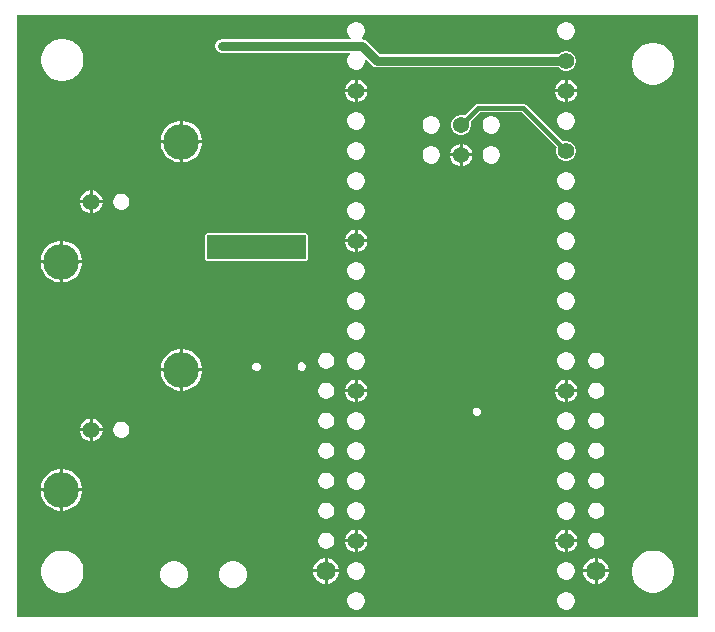
<source format=gbr>
%TF.GenerationSoftware,Altium Limited,Altium Designer,23.5.1 (21)*%
G04 Layer_Physical_Order=3*
G04 Layer_Color=16440176*
%FSLAX45Y45*%
%MOMM*%
%TF.SameCoordinates,251D8D79-0CC1-4DB5-8A6B-B6CDDAA58204*%
%TF.FilePolarity,Positive*%
%TF.FileFunction,Copper,L3,Inr,Signal*%
%TF.Part,Single*%
G01*
G75*
%TA.AperFunction,Conductor*%
%ADD21C,0.40000*%
%TA.AperFunction,ComponentPad*%
%ADD24C,0.47400*%
%ADD26C,1.65100*%
%ADD29C,1.39000*%
%ADD30C,3.01500*%
%ADD31C,1.40800*%
%ADD32C,1.37000*%
%TA.AperFunction,ViaPad*%
%ADD35C,0.55000*%
%TA.AperFunction,Conductor*%
%ADD36C,0.80000*%
G36*
X5783766Y16235D02*
X16235D01*
Y5116265D01*
X5783765D01*
X5783766Y16235D01*
D02*
G37*
%LPC*%
G36*
X2897361Y5053400D02*
X2877639D01*
X2858590Y5048296D01*
X2841510Y5038435D01*
X2827565Y5024490D01*
X2817704Y5007410D01*
X2812600Y4988361D01*
Y4968639D01*
X2817704Y4949590D01*
X2827565Y4932511D01*
X2841510Y4918565D01*
X2842174Y4918182D01*
X2838771Y4905482D01*
X2254020D01*
X2250000Y4906282D01*
X1750000D01*
X1728462Y4901997D01*
X1710203Y4889797D01*
X1698003Y4871538D01*
X1693718Y4850000D01*
X1698003Y4828462D01*
X1710203Y4810203D01*
X1728462Y4798003D01*
X1750000Y4793718D01*
X2246780D01*
X2250800Y4792919D01*
X2832034D01*
X2837294Y4780219D01*
X2827565Y4770490D01*
X2817704Y4753410D01*
X2812600Y4734361D01*
Y4714639D01*
X2817704Y4695590D01*
X2827565Y4678511D01*
X2841510Y4664565D01*
X2858590Y4654704D01*
X2877639Y4649600D01*
X2897361D01*
X2916410Y4654704D01*
X2933489Y4664565D01*
X2947435Y4678511D01*
X2957296Y4695590D01*
X2962400Y4714639D01*
Y4728398D01*
X2975100Y4733659D01*
X3024055Y4684703D01*
X3042315Y4672503D01*
X3063853Y4668219D01*
X4601996D01*
X4613491Y4656723D01*
X4632805Y4645572D01*
X4654348Y4639800D01*
X4676649D01*
X4698192Y4645572D01*
X4717505Y4656723D01*
X4733275Y4672493D01*
X4744426Y4691807D01*
X4750199Y4713349D01*
Y4735651D01*
X4744426Y4757193D01*
X4733275Y4776507D01*
X4717505Y4792277D01*
X4698192Y4803428D01*
X4676649Y4809200D01*
X4654348D01*
X4632805Y4803428D01*
X4613491Y4792277D01*
X4601996Y4780782D01*
X3087165D01*
X2978949Y4888997D01*
X2960691Y4901198D01*
X2939152Y4905482D01*
X2936229D01*
X2932826Y4918182D01*
X2933489Y4918565D01*
X2947435Y4932511D01*
X2957296Y4949590D01*
X2962400Y4968639D01*
Y4988361D01*
X2957296Y5007410D01*
X2947435Y5024490D01*
X2933489Y5038435D01*
X2916410Y5048296D01*
X2897361Y5053400D01*
D02*
G37*
G36*
X4675359D02*
X4655638D01*
X4636588Y5048296D01*
X4619509Y5038435D01*
X4605564Y5024490D01*
X4595703Y5007410D01*
X4590599Y4988361D01*
Y4968639D01*
X4595703Y4949590D01*
X4605564Y4932511D01*
X4619509Y4918565D01*
X4636588Y4908704D01*
X4655638Y4903600D01*
X4675359D01*
X4694409Y4908704D01*
X4711488Y4918565D01*
X4725433Y4932511D01*
X4735294Y4949590D01*
X4740398Y4968639D01*
Y4988361D01*
X4735294Y5007410D01*
X4725433Y5024490D01*
X4711488Y5038435D01*
X4694409Y5048296D01*
X4675359Y5053400D01*
D02*
G37*
G36*
X417522Y4910400D02*
X382478D01*
X348109Y4903563D01*
X315733Y4890153D01*
X286595Y4870684D01*
X261816Y4845905D01*
X242347Y4816767D01*
X228937Y4784391D01*
X222100Y4750022D01*
Y4714978D01*
X228937Y4680609D01*
X242347Y4648233D01*
X261816Y4619095D01*
X286595Y4594316D01*
X315733Y4574847D01*
X348109Y4561437D01*
X382478Y4554600D01*
X417522D01*
X451891Y4561437D01*
X484267Y4574847D01*
X513405Y4594316D01*
X538184Y4619095D01*
X557653Y4648233D01*
X571063Y4680609D01*
X577900Y4714978D01*
Y4750022D01*
X571063Y4784391D01*
X557653Y4816767D01*
X538184Y4845905D01*
X513405Y4870684D01*
X484267Y4890153D01*
X451891Y4903563D01*
X417522Y4910400D01*
D02*
G37*
G36*
X5417522Y4877900D02*
X5382478D01*
X5348109Y4871063D01*
X5315733Y4857653D01*
X5286595Y4838184D01*
X5261816Y4813405D01*
X5242347Y4784267D01*
X5228937Y4751891D01*
X5222100Y4717522D01*
Y4682478D01*
X5228937Y4648109D01*
X5242347Y4615733D01*
X5261816Y4586595D01*
X5286595Y4561816D01*
X5315733Y4542347D01*
X5348109Y4528937D01*
X5382478Y4522100D01*
X5417522D01*
X5451892Y4528937D01*
X5484267Y4542347D01*
X5513405Y4561816D01*
X5538184Y4586595D01*
X5557653Y4615733D01*
X5571063Y4648109D01*
X5577900Y4682478D01*
Y4717522D01*
X5571063Y4751891D01*
X5557653Y4784267D01*
X5538184Y4813405D01*
X5513405Y4838184D01*
X5484267Y4857653D01*
X5451892Y4871063D01*
X5417522Y4877900D01*
D02*
G37*
G36*
X4678198Y4565345D02*
Y4483201D01*
X4760343D01*
X4753931Y4507130D01*
X4741437Y4528770D01*
X4723768Y4546439D01*
X4702129Y4558933D01*
X4678198Y4565345D01*
D02*
G37*
G36*
X4652798Y4565345D02*
X4628868Y4558933D01*
X4607229Y4546439D01*
X4589560Y4528770D01*
X4577066Y4507130D01*
X4570654Y4483201D01*
X4652798D01*
Y4565345D01*
D02*
G37*
G36*
X2900200D02*
Y4483200D01*
X2982345D01*
X2975933Y4507130D01*
X2963439Y4528770D01*
X2945770Y4546439D01*
X2924130Y4558933D01*
X2900200Y4565345D01*
D02*
G37*
G36*
X2874800D02*
X2850870Y4558933D01*
X2829230Y4546439D01*
X2811561Y4528770D01*
X2799067Y4507130D01*
X2792655Y4483200D01*
X2874800D01*
Y4565345D01*
D02*
G37*
G36*
X4652798Y4457801D02*
X4570654D01*
X4577066Y4433870D01*
X4589560Y4412230D01*
X4607229Y4394561D01*
X4628868Y4382067D01*
X4652798Y4375655D01*
Y4457801D01*
D02*
G37*
G36*
X2982345Y4457800D02*
X2900200D01*
Y4375655D01*
X2924130Y4382067D01*
X2945770Y4394561D01*
X2963439Y4412230D01*
X2975933Y4433870D01*
X2982345Y4457800D01*
D02*
G37*
G36*
X2874800D02*
X2792655D01*
X2799067Y4433870D01*
X2811561Y4412230D01*
X2829230Y4394561D01*
X2850870Y4382067D01*
X2874800Y4375655D01*
Y4457800D01*
D02*
G37*
G36*
X4760343Y4457801D02*
X4678198D01*
Y4375655D01*
X4702129Y4382067D01*
X4723768Y4394561D01*
X4741437Y4412230D01*
X4753931Y4433870D01*
X4760343Y4457801D01*
D02*
G37*
G36*
X4675359Y4291400D02*
X4655638D01*
X4636588Y4286296D01*
X4619509Y4276435D01*
X4605564Y4262490D01*
X4595703Y4245410D01*
X4590599Y4226361D01*
Y4206639D01*
X4595703Y4187590D01*
X4605564Y4170511D01*
X4619509Y4156565D01*
X4636588Y4146704D01*
X4655638Y4141600D01*
X4675359D01*
X4694409Y4146704D01*
X4711488Y4156565D01*
X4725433Y4170511D01*
X4735294Y4187590D01*
X4740398Y4206639D01*
Y4226361D01*
X4735294Y4245410D01*
X4725433Y4262490D01*
X4711488Y4276435D01*
X4694409Y4286296D01*
X4675359Y4291400D01*
D02*
G37*
G36*
X2897361D02*
X2877639D01*
X2858590Y4286296D01*
X2841510Y4276435D01*
X2827565Y4262490D01*
X2817704Y4245410D01*
X2812600Y4226361D01*
Y4206639D01*
X2817704Y4187590D01*
X2827565Y4170511D01*
X2841510Y4156565D01*
X2858590Y4146704D01*
X2877639Y4141600D01*
X2897361D01*
X2916410Y4146704D01*
X2933489Y4156565D01*
X2947435Y4170511D01*
X2957296Y4187590D01*
X2962400Y4206639D01*
Y4226361D01*
X2957296Y4245410D01*
X2947435Y4262490D01*
X2933489Y4276435D01*
X2916410Y4286296D01*
X2897361Y4291400D01*
D02*
G37*
G36*
X4041229Y4256400D02*
X4021771D01*
X4002976Y4251364D01*
X3986124Y4241635D01*
X3972365Y4227875D01*
X3962636Y4211024D01*
X3957600Y4192229D01*
Y4172771D01*
X3962636Y4153976D01*
X3972365Y4137124D01*
X3986124Y4123365D01*
X4002976Y4113636D01*
X4021771Y4108600D01*
X4041229D01*
X4060024Y4113636D01*
X4076876Y4123365D01*
X4090635Y4137124D01*
X4100364Y4153976D01*
X4105400Y4172771D01*
Y4192229D01*
X4100364Y4211024D01*
X4090635Y4227875D01*
X4076876Y4241635D01*
X4060024Y4251364D01*
X4041229Y4256400D01*
D02*
G37*
G36*
X3533229D02*
X3513771D01*
X3494976Y4251364D01*
X3478124Y4241635D01*
X3464365Y4227875D01*
X3454636Y4211024D01*
X3449600Y4192229D01*
Y4172771D01*
X3454636Y4153976D01*
X3464365Y4137124D01*
X3478124Y4123365D01*
X3494976Y4113636D01*
X3513771Y4108600D01*
X3533229D01*
X3552024Y4113636D01*
X3568876Y4123365D01*
X3582635Y4137124D01*
X3592364Y4153976D01*
X3597400Y4172771D01*
Y4192229D01*
X3592364Y4211024D01*
X3582635Y4227875D01*
X3568876Y4241635D01*
X3552024Y4251364D01*
X3533229Y4256400D01*
D02*
G37*
G36*
X1425349Y4216650D02*
X1420700D01*
Y4053200D01*
X1584150D01*
Y4057849D01*
X1577381Y4091881D01*
X1564102Y4123938D01*
X1544825Y4152789D01*
X1520289Y4177325D01*
X1491438Y4196602D01*
X1459381Y4209881D01*
X1425349Y4216650D01*
D02*
G37*
G36*
X1395300D02*
X1390651D01*
X1356619Y4209881D01*
X1324561Y4196602D01*
X1295711Y4177325D01*
X1271175Y4152789D01*
X1251898Y4123938D01*
X1238619Y4091881D01*
X1231850Y4057849D01*
Y4053200D01*
X1395300D01*
Y4216650D01*
D02*
G37*
G36*
X3790200Y4022309D02*
Y3941200D01*
X3871310D01*
X3865001Y3964744D01*
X3852639Y3986156D01*
X3835156Y4003639D01*
X3813744Y4016001D01*
X3790200Y4022309D01*
D02*
G37*
G36*
X3764800D02*
X3741256Y4016001D01*
X3719844Y4003639D01*
X3702361Y3986156D01*
X3689999Y3964744D01*
X3683690Y3941200D01*
X3764800D01*
Y4022309D01*
D02*
G37*
G36*
X2897361Y4037400D02*
X2877639D01*
X2858590Y4032296D01*
X2841510Y4022435D01*
X2827565Y4008490D01*
X2817704Y3991410D01*
X2812600Y3972361D01*
Y3952639D01*
X2817704Y3933590D01*
X2827565Y3916511D01*
X2841510Y3902565D01*
X2858590Y3892704D01*
X2877639Y3887600D01*
X2897361D01*
X2916410Y3892704D01*
X2933489Y3902565D01*
X2947435Y3916511D01*
X2957296Y3933590D01*
X2962400Y3952639D01*
Y3972361D01*
X2957296Y3991410D01*
X2947435Y4008490D01*
X2933489Y4022435D01*
X2916410Y4032296D01*
X2897361Y4037400D01*
D02*
G37*
G36*
X4302999Y4360890D02*
X3920000D01*
X3906266Y4358158D01*
X3894622Y4350378D01*
X3805811Y4261567D01*
X3788519Y4266200D01*
X3766481D01*
X3745193Y4260496D01*
X3726107Y4249477D01*
X3710523Y4233893D01*
X3699504Y4214807D01*
X3693800Y4193519D01*
Y4171481D01*
X3699504Y4150193D01*
X3710523Y4131107D01*
X3726107Y4115523D01*
X3745193Y4104504D01*
X3766481Y4098800D01*
X3788519D01*
X3809807Y4104504D01*
X3828893Y4115523D01*
X3844477Y4131107D01*
X3855496Y4150193D01*
X3861200Y4171481D01*
Y4193519D01*
X3856567Y4210811D01*
X3934866Y4289110D01*
X4288132D01*
X4585615Y3991628D01*
X4580798Y3973651D01*
Y3951349D01*
X4586571Y3929807D01*
X4597722Y3910493D01*
X4613491Y3894723D01*
X4632805Y3883572D01*
X4654348Y3877800D01*
X4676649D01*
X4698192Y3883572D01*
X4717505Y3894723D01*
X4733275Y3910493D01*
X4744426Y3929807D01*
X4750199Y3951349D01*
Y3973651D01*
X4744426Y3995193D01*
X4733275Y4014507D01*
X4717505Y4030277D01*
X4698192Y4041428D01*
X4676649Y4047200D01*
X4654348D01*
X4636371Y4042383D01*
X4328376Y4350378D01*
X4316733Y4358158D01*
X4302999Y4360890D01*
D02*
G37*
G36*
X1584150Y4027800D02*
X1420700D01*
Y3864350D01*
X1425349D01*
X1459381Y3871119D01*
X1491438Y3884398D01*
X1520289Y3903675D01*
X1544825Y3928211D01*
X1564102Y3957061D01*
X1577381Y3989119D01*
X1584150Y4023151D01*
Y4027800D01*
D02*
G37*
G36*
X1395300D02*
X1231850D01*
Y4023151D01*
X1238619Y3989119D01*
X1251898Y3957061D01*
X1271175Y3928211D01*
X1295711Y3903675D01*
X1324561Y3884398D01*
X1356619Y3871119D01*
X1390651Y3864350D01*
X1395300D01*
Y4027800D01*
D02*
G37*
G36*
X4041229Y4002400D02*
X4021771D01*
X4002976Y3997364D01*
X3986124Y3987635D01*
X3972365Y3973875D01*
X3962636Y3957024D01*
X3957600Y3938229D01*
Y3918771D01*
X3962636Y3899976D01*
X3972365Y3883124D01*
X3986124Y3869365D01*
X4002976Y3859636D01*
X4021771Y3854600D01*
X4041229D01*
X4060024Y3859636D01*
X4076876Y3869365D01*
X4090635Y3883124D01*
X4100364Y3899976D01*
X4105400Y3918771D01*
Y3938229D01*
X4100364Y3957024D01*
X4090635Y3973875D01*
X4076876Y3987635D01*
X4060024Y3997364D01*
X4041229Y4002400D01*
D02*
G37*
G36*
X3533229D02*
X3513771D01*
X3494976Y3997364D01*
X3478124Y3987635D01*
X3464365Y3973875D01*
X3454636Y3957024D01*
X3449600Y3938229D01*
Y3918771D01*
X3454636Y3899976D01*
X3464365Y3883124D01*
X3478124Y3869365D01*
X3494976Y3859636D01*
X3513771Y3854600D01*
X3533229D01*
X3552024Y3859636D01*
X3568876Y3869365D01*
X3582635Y3883124D01*
X3592364Y3899976D01*
X3597400Y3918771D01*
Y3938229D01*
X3592364Y3957024D01*
X3582635Y3973875D01*
X3568876Y3987635D01*
X3552024Y3997364D01*
X3533229Y4002400D01*
D02*
G37*
G36*
X3871310Y3915800D02*
X3790200D01*
Y3834690D01*
X3813744Y3840999D01*
X3835156Y3853361D01*
X3852639Y3870844D01*
X3865001Y3892256D01*
X3871310Y3915800D01*
D02*
G37*
G36*
X3764800D02*
X3683690D01*
X3689999Y3892256D01*
X3702361Y3870844D01*
X3719844Y3853361D01*
X3741256Y3840999D01*
X3764800Y3834690D01*
Y3915800D01*
D02*
G37*
G36*
X4675359Y3783400D02*
X4655638D01*
X4636588Y3778296D01*
X4619509Y3768435D01*
X4605564Y3754490D01*
X4595703Y3737410D01*
X4590599Y3718361D01*
Y3698639D01*
X4595703Y3679590D01*
X4605564Y3662511D01*
X4619509Y3648565D01*
X4636588Y3638704D01*
X4655638Y3633600D01*
X4675359D01*
X4694409Y3638704D01*
X4711488Y3648565D01*
X4725433Y3662511D01*
X4735294Y3679590D01*
X4740398Y3698639D01*
Y3718361D01*
X4735294Y3737410D01*
X4725433Y3754490D01*
X4711488Y3768435D01*
X4694409Y3778296D01*
X4675359Y3783400D01*
D02*
G37*
G36*
X2897361D02*
X2877639D01*
X2858590Y3778296D01*
X2841510Y3768435D01*
X2827565Y3754490D01*
X2817704Y3737410D01*
X2812600Y3718361D01*
Y3698639D01*
X2817704Y3679590D01*
X2827565Y3662511D01*
X2841510Y3648565D01*
X2858590Y3638704D01*
X2877639Y3633600D01*
X2897361D01*
X2916410Y3638704D01*
X2933489Y3648565D01*
X2947435Y3662511D01*
X2957296Y3679590D01*
X2962400Y3698639D01*
Y3718361D01*
X2957296Y3737410D01*
X2947435Y3754490D01*
X2933489Y3768435D01*
X2916410Y3778296D01*
X2897361Y3783400D01*
D02*
G37*
G36*
X658700Y3628276D02*
Y3545200D01*
X741777D01*
X735271Y3569477D01*
X722659Y3591323D01*
X704823Y3609159D01*
X682977Y3621771D01*
X658700Y3628276D01*
D02*
G37*
G36*
X633300D02*
X609023Y3621771D01*
X587177Y3609159D01*
X569341Y3591323D01*
X556729Y3569477D01*
X550223Y3545200D01*
X633300D01*
Y3628276D01*
D02*
G37*
G36*
X908939Y3600400D02*
X891061D01*
X873791Y3595773D01*
X858308Y3586833D01*
X845667Y3574191D01*
X836727Y3558708D01*
X832100Y3541439D01*
Y3523561D01*
X836727Y3506291D01*
X845667Y3490808D01*
X858308Y3478167D01*
X873791Y3469227D01*
X891061Y3464600D01*
X908939D01*
X926208Y3469227D01*
X941692Y3478167D01*
X954333Y3490808D01*
X963273Y3506291D01*
X967900Y3523561D01*
Y3541439D01*
X963273Y3558708D01*
X954333Y3574191D01*
X941692Y3586833D01*
X926208Y3595773D01*
X908939Y3600400D01*
D02*
G37*
G36*
X741777Y3519800D02*
X658700D01*
Y3436723D01*
X682977Y3443229D01*
X704823Y3455841D01*
X722659Y3473677D01*
X735271Y3495523D01*
X741777Y3519800D01*
D02*
G37*
G36*
X633300D02*
X550223D01*
X556729Y3495523D01*
X569341Y3473677D01*
X587177Y3455841D01*
X609023Y3443229D01*
X633300Y3436723D01*
Y3519800D01*
D02*
G37*
G36*
X4675359Y3529400D02*
X4655638D01*
X4636588Y3524296D01*
X4619509Y3514435D01*
X4605564Y3500490D01*
X4595703Y3483410D01*
X4590599Y3464361D01*
Y3444639D01*
X4595703Y3425590D01*
X4605564Y3408511D01*
X4619509Y3394565D01*
X4636588Y3384704D01*
X4655638Y3379600D01*
X4675359D01*
X4694409Y3384704D01*
X4711488Y3394565D01*
X4725433Y3408511D01*
X4735294Y3425590D01*
X4740398Y3444639D01*
Y3464361D01*
X4735294Y3483410D01*
X4725433Y3500490D01*
X4711488Y3514435D01*
X4694409Y3524296D01*
X4675359Y3529400D01*
D02*
G37*
G36*
X2897361D02*
X2877639D01*
X2858590Y3524296D01*
X2841510Y3514435D01*
X2827565Y3500490D01*
X2817704Y3483410D01*
X2812600Y3464361D01*
Y3444639D01*
X2817704Y3425590D01*
X2827565Y3408511D01*
X2841510Y3394565D01*
X2858590Y3384704D01*
X2877639Y3379600D01*
X2897361D01*
X2916410Y3384704D01*
X2933489Y3394565D01*
X2947435Y3408511D01*
X2957296Y3425590D01*
X2962400Y3444639D01*
Y3464361D01*
X2957296Y3483410D01*
X2947435Y3500490D01*
X2933489Y3514435D01*
X2916410Y3524296D01*
X2897361Y3529400D01*
D02*
G37*
G36*
X2900200Y3295345D02*
Y3213200D01*
X2982345D01*
X2975933Y3237130D01*
X2963439Y3258770D01*
X2945770Y3276439D01*
X2924130Y3288933D01*
X2900200Y3295345D01*
D02*
G37*
G36*
X2874800D02*
X2850870Y3288933D01*
X2829230Y3276439D01*
X2811561Y3258770D01*
X2799067Y3237130D01*
X2792655Y3213200D01*
X2874800D01*
Y3295345D01*
D02*
G37*
G36*
X4675359Y3275400D02*
X4655638D01*
X4636588Y3270296D01*
X4619509Y3260435D01*
X4605564Y3246490D01*
X4595703Y3229410D01*
X4590599Y3210361D01*
Y3190639D01*
X4595703Y3171590D01*
X4605564Y3154511D01*
X4619509Y3140565D01*
X4636588Y3130704D01*
X4655638Y3125600D01*
X4675359D01*
X4694409Y3130704D01*
X4711488Y3140565D01*
X4725433Y3154511D01*
X4735294Y3171590D01*
X4740398Y3190639D01*
Y3210361D01*
X4735294Y3229410D01*
X4725433Y3246490D01*
X4711488Y3260435D01*
X4694409Y3270296D01*
X4675359Y3275400D01*
D02*
G37*
G36*
X2982345Y3187800D02*
X2900200D01*
Y3105655D01*
X2924130Y3112067D01*
X2945770Y3124561D01*
X2963439Y3142230D01*
X2975933Y3163870D01*
X2982345Y3187800D01*
D02*
G37*
G36*
X2874800D02*
X2792655D01*
X2799067Y3163870D01*
X2811561Y3142230D01*
X2829230Y3124561D01*
X2850870Y3112067D01*
X2874800Y3105655D01*
Y3187800D01*
D02*
G37*
G36*
X409349Y3200650D02*
X404700D01*
Y3037200D01*
X568150D01*
Y3041849D01*
X561381Y3075881D01*
X548102Y3107938D01*
X528825Y3136789D01*
X504289Y3161325D01*
X475438Y3180602D01*
X443381Y3193881D01*
X409349Y3200650D01*
D02*
G37*
G36*
X379300D02*
X374651D01*
X340619Y3193881D01*
X308561Y3180602D01*
X279711Y3161325D01*
X255175Y3136789D01*
X235898Y3107938D01*
X222619Y3075881D01*
X215850Y3041849D01*
Y3037200D01*
X379300D01*
Y3200650D01*
D02*
G37*
G36*
X2462500Y3266453D02*
X1625000D01*
X1613366Y3261634D01*
X1608547Y3250000D01*
Y3050000D01*
X1613366Y3038366D01*
X1625000Y3033547D01*
X2462500D01*
X2474134Y3038366D01*
X2478953Y3050000D01*
Y3250000D01*
X2474134Y3261634D01*
X2462500Y3266453D01*
D02*
G37*
G36*
X4675359Y3021400D02*
X4655638D01*
X4636588Y3016296D01*
X4619509Y3006435D01*
X4605564Y2992490D01*
X4595703Y2975410D01*
X4590599Y2956361D01*
Y2936639D01*
X4595703Y2917590D01*
X4605564Y2900511D01*
X4619509Y2886565D01*
X4636588Y2876704D01*
X4655638Y2871600D01*
X4675359D01*
X4694409Y2876704D01*
X4711488Y2886565D01*
X4725433Y2900511D01*
X4735294Y2917590D01*
X4740398Y2936639D01*
Y2956361D01*
X4735294Y2975410D01*
X4725433Y2992490D01*
X4711488Y3006435D01*
X4694409Y3016296D01*
X4675359Y3021400D01*
D02*
G37*
G36*
X2897361D02*
X2877639D01*
X2858590Y3016296D01*
X2841510Y3006435D01*
X2827565Y2992490D01*
X2817704Y2975410D01*
X2812600Y2956361D01*
Y2936639D01*
X2817704Y2917590D01*
X2827565Y2900511D01*
X2841510Y2886565D01*
X2858590Y2876704D01*
X2877639Y2871600D01*
X2897361D01*
X2916410Y2876704D01*
X2933489Y2886565D01*
X2947435Y2900511D01*
X2957296Y2917590D01*
X2962400Y2936639D01*
Y2956361D01*
X2957296Y2975410D01*
X2947435Y2992490D01*
X2933489Y3006435D01*
X2916410Y3016296D01*
X2897361Y3021400D01*
D02*
G37*
G36*
X568150Y3011800D02*
X404700D01*
Y2848350D01*
X409349D01*
X443381Y2855119D01*
X475438Y2868398D01*
X504289Y2887675D01*
X528825Y2912211D01*
X548102Y2941061D01*
X561381Y2973119D01*
X568150Y3007151D01*
Y3011800D01*
D02*
G37*
G36*
X379300D02*
X215850D01*
Y3007151D01*
X222619Y2973119D01*
X235898Y2941061D01*
X255175Y2912211D01*
X279711Y2887675D01*
X308561Y2868398D01*
X340619Y2855119D01*
X374651Y2848350D01*
X379300D01*
Y3011800D01*
D02*
G37*
G36*
X4675359Y2767400D02*
X4655638D01*
X4636588Y2762296D01*
X4619509Y2752435D01*
X4605564Y2738490D01*
X4595703Y2721410D01*
X4590599Y2702361D01*
Y2682639D01*
X4595703Y2663590D01*
X4605564Y2646511D01*
X4619509Y2632565D01*
X4636588Y2622704D01*
X4655638Y2617600D01*
X4675359D01*
X4694409Y2622704D01*
X4711488Y2632565D01*
X4725433Y2646511D01*
X4735294Y2663590D01*
X4740398Y2682639D01*
Y2702361D01*
X4735294Y2721410D01*
X4725433Y2738490D01*
X4711488Y2752435D01*
X4694409Y2762296D01*
X4675359Y2767400D01*
D02*
G37*
G36*
X2897361D02*
X2877639D01*
X2858590Y2762296D01*
X2841510Y2752435D01*
X2827565Y2738490D01*
X2817704Y2721410D01*
X2812600Y2702361D01*
Y2682639D01*
X2817704Y2663590D01*
X2827565Y2646511D01*
X2841510Y2632565D01*
X2858590Y2622704D01*
X2877639Y2617600D01*
X2897361D01*
X2916410Y2622704D01*
X2933489Y2632565D01*
X2947435Y2646511D01*
X2957296Y2663590D01*
X2962400Y2682639D01*
Y2702361D01*
X2957296Y2721410D01*
X2947435Y2738490D01*
X2933489Y2752435D01*
X2916410Y2762296D01*
X2897361Y2767400D01*
D02*
G37*
G36*
X4675359Y2513400D02*
X4655638D01*
X4636588Y2508296D01*
X4619509Y2498435D01*
X4605564Y2484490D01*
X4595703Y2467410D01*
X4590599Y2448361D01*
Y2428639D01*
X4595703Y2409590D01*
X4605564Y2392511D01*
X4619509Y2378565D01*
X4636588Y2368704D01*
X4655638Y2363600D01*
X4675359D01*
X4694409Y2368704D01*
X4711488Y2378565D01*
X4725433Y2392511D01*
X4735294Y2409590D01*
X4740398Y2428639D01*
Y2448361D01*
X4735294Y2467410D01*
X4725433Y2484490D01*
X4711488Y2498435D01*
X4694409Y2508296D01*
X4675359Y2513400D01*
D02*
G37*
G36*
X2897361D02*
X2877639D01*
X2858590Y2508296D01*
X2841510Y2498435D01*
X2827565Y2484490D01*
X2817704Y2467410D01*
X2812600Y2448361D01*
Y2428639D01*
X2817704Y2409590D01*
X2827565Y2392511D01*
X2841510Y2378565D01*
X2858590Y2368704D01*
X2877639Y2363600D01*
X2897361D01*
X2916410Y2368704D01*
X2933489Y2378565D01*
X2947435Y2392511D01*
X2957296Y2409590D01*
X2962400Y2428639D01*
Y2448361D01*
X2957296Y2467410D01*
X2947435Y2484490D01*
X2933489Y2498435D01*
X2916410Y2508296D01*
X2897361Y2513400D01*
D02*
G37*
G36*
X1425349Y2284150D02*
X1420700D01*
Y2120700D01*
X1584150D01*
Y2125349D01*
X1577381Y2159381D01*
X1564102Y2191439D01*
X1544825Y2220289D01*
X1520289Y2244825D01*
X1491438Y2264102D01*
X1459381Y2277381D01*
X1425349Y2284150D01*
D02*
G37*
G36*
X1395300D02*
X1390651D01*
X1356619Y2277381D01*
X1324561Y2264102D01*
X1295711Y2244825D01*
X1271175Y2220289D01*
X1251898Y2191439D01*
X1238619Y2159381D01*
X1231850Y2125349D01*
Y2120700D01*
X1395300D01*
Y2284150D01*
D02*
G37*
G36*
X4928367Y2251850D02*
X4910633D01*
X4893504Y2247260D01*
X4878146Y2238393D01*
X4865607Y2225854D01*
X4856740Y2210496D01*
X4852150Y2193367D01*
Y2175633D01*
X4856740Y2158504D01*
X4865607Y2143146D01*
X4878146Y2130607D01*
X4893504Y2121740D01*
X4910633Y2117150D01*
X4928367D01*
X4945496Y2121740D01*
X4960854Y2130607D01*
X4973393Y2143146D01*
X4982260Y2158504D01*
X4986850Y2175633D01*
Y2193367D01*
X4982260Y2210496D01*
X4973393Y2225854D01*
X4960854Y2238393D01*
X4945496Y2247260D01*
X4928367Y2251850D01*
D02*
G37*
G36*
X2642367D02*
X2624633D01*
X2607504Y2247260D01*
X2592146Y2238393D01*
X2579607Y2225854D01*
X2570740Y2210496D01*
X2566150Y2193367D01*
Y2175633D01*
X2570740Y2158504D01*
X2579607Y2143146D01*
X2592146Y2130607D01*
X2607504Y2121740D01*
X2624633Y2117150D01*
X2642367D01*
X2659496Y2121740D01*
X2674854Y2130607D01*
X2687393Y2143146D01*
X2696260Y2158504D01*
X2700850Y2175633D01*
Y2193367D01*
X2696260Y2210496D01*
X2687393Y2225854D01*
X2674854Y2238393D01*
X2659496Y2247260D01*
X2642367Y2251850D01*
D02*
G37*
G36*
X4675359Y2259400D02*
X4655638D01*
X4636588Y2254296D01*
X4619509Y2244435D01*
X4605564Y2230490D01*
X4595703Y2213410D01*
X4590599Y2194361D01*
Y2174639D01*
X4595703Y2155590D01*
X4605564Y2138511D01*
X4619509Y2124565D01*
X4636588Y2114704D01*
X4655638Y2109600D01*
X4675359D01*
X4694409Y2114704D01*
X4711488Y2124565D01*
X4725433Y2138511D01*
X4735294Y2155590D01*
X4740398Y2174639D01*
Y2194361D01*
X4735294Y2213410D01*
X4725433Y2230490D01*
X4711488Y2244435D01*
X4694409Y2254296D01*
X4675359Y2259400D01*
D02*
G37*
G36*
X2897361D02*
X2877639D01*
X2858590Y2254296D01*
X2841510Y2244435D01*
X2827565Y2230490D01*
X2817704Y2213410D01*
X2812600Y2194361D01*
Y2174639D01*
X2817704Y2155590D01*
X2827565Y2138511D01*
X2841510Y2124565D01*
X2858590Y2114704D01*
X2877639Y2109600D01*
X2897361D01*
X2916410Y2114704D01*
X2933489Y2124565D01*
X2947435Y2138511D01*
X2957296Y2155590D01*
X2962400Y2174639D01*
Y2194361D01*
X2957296Y2213410D01*
X2947435Y2230490D01*
X2933489Y2244435D01*
X2916410Y2254296D01*
X2897361Y2259400D01*
D02*
G37*
G36*
X2434541Y2172900D02*
X2420459D01*
X2407448Y2167510D01*
X2397490Y2157552D01*
X2392100Y2144541D01*
Y2130459D01*
X2397490Y2117448D01*
X2407448Y2107490D01*
X2420459Y2102100D01*
X2434541D01*
X2447552Y2107490D01*
X2457510Y2117448D01*
X2462900Y2130459D01*
Y2144541D01*
X2457510Y2157552D01*
X2447552Y2167510D01*
X2434541Y2172900D01*
D02*
G37*
G36*
X2052241Y2169801D02*
X2038158D01*
X2025147Y2164411D01*
X2015189Y2154453D01*
X2009800Y2141443D01*
Y2127360D01*
X2015189Y2114349D01*
X2025147Y2104391D01*
X2038158Y2099001D01*
X2052241D01*
X2065252Y2104391D01*
X2075210Y2114349D01*
X2080599Y2127360D01*
Y2141443D01*
X2075210Y2154453D01*
X2065252Y2164411D01*
X2052241Y2169801D01*
D02*
G37*
G36*
X4678198Y2025345D02*
Y1943201D01*
X4760343D01*
X4753931Y1967130D01*
X4741437Y1988770D01*
X4723768Y2006439D01*
X4702129Y2018933D01*
X4678198Y2025345D01*
D02*
G37*
G36*
X4652798Y2025345D02*
X4628868Y2018933D01*
X4607229Y2006439D01*
X4589560Y1988770D01*
X4577066Y1967130D01*
X4570654Y1943201D01*
X4652798D01*
Y2025345D01*
D02*
G37*
G36*
X2900200D02*
Y1943200D01*
X2982345D01*
X2975933Y1967130D01*
X2963439Y1988770D01*
X2945770Y2006439D01*
X2924130Y2018933D01*
X2900200Y2025345D01*
D02*
G37*
G36*
X2874800D02*
X2850870Y2018933D01*
X2829230Y2006439D01*
X2811561Y1988770D01*
X2799067Y1967130D01*
X2792655Y1943200D01*
X2874800D01*
Y2025345D01*
D02*
G37*
G36*
X1584150Y2095300D02*
X1420700D01*
Y1931850D01*
X1425349D01*
X1459381Y1938619D01*
X1491438Y1951898D01*
X1520289Y1971175D01*
X1544825Y1995711D01*
X1564102Y2024562D01*
X1577381Y2056619D01*
X1584150Y2090651D01*
Y2095300D01*
D02*
G37*
G36*
X1395300D02*
X1231850D01*
Y2090651D01*
X1238619Y2056619D01*
X1251898Y2024562D01*
X1271175Y1995711D01*
X1295711Y1971175D01*
X1324561Y1951898D01*
X1356619Y1938619D01*
X1390651Y1931850D01*
X1395300D01*
Y2095300D01*
D02*
G37*
G36*
X4928367Y1997850D02*
X4910633D01*
X4893504Y1993260D01*
X4878146Y1984393D01*
X4865607Y1971854D01*
X4856740Y1956496D01*
X4852150Y1939367D01*
Y1921633D01*
X4856740Y1904504D01*
X4865607Y1889146D01*
X4878146Y1876607D01*
X4893504Y1867740D01*
X4910633Y1863150D01*
X4928367D01*
X4945496Y1867740D01*
X4960854Y1876607D01*
X4973393Y1889146D01*
X4982260Y1904504D01*
X4986850Y1921633D01*
Y1939367D01*
X4982260Y1956496D01*
X4973393Y1971854D01*
X4960854Y1984393D01*
X4945496Y1993260D01*
X4928367Y1997850D01*
D02*
G37*
G36*
X2642367D02*
X2624633D01*
X2607504Y1993260D01*
X2592146Y1984393D01*
X2579607Y1971854D01*
X2570740Y1956496D01*
X2566150Y1939367D01*
Y1921633D01*
X2570740Y1904504D01*
X2579607Y1889146D01*
X2592146Y1876607D01*
X2607504Y1867740D01*
X2624633Y1863150D01*
X2642367D01*
X2659496Y1867740D01*
X2674854Y1876607D01*
X2687393Y1889146D01*
X2696260Y1904504D01*
X2700850Y1921633D01*
Y1939367D01*
X2696260Y1956496D01*
X2687393Y1971854D01*
X2674854Y1984393D01*
X2659496Y1993260D01*
X2642367Y1997850D01*
D02*
G37*
G36*
X4652798Y1917801D02*
X4570654D01*
X4577066Y1893870D01*
X4589560Y1872230D01*
X4607229Y1854561D01*
X4628868Y1842067D01*
X4652798Y1835655D01*
Y1917801D01*
D02*
G37*
G36*
X2982345Y1917800D02*
X2900200D01*
Y1835655D01*
X2924130Y1842067D01*
X2945770Y1854561D01*
X2963439Y1872230D01*
X2975933Y1893870D01*
X2982345Y1917800D01*
D02*
G37*
G36*
X2874800D02*
X2792655D01*
X2799067Y1893870D01*
X2811561Y1872230D01*
X2829230Y1854561D01*
X2850870Y1842067D01*
X2874800Y1835655D01*
Y1917800D01*
D02*
G37*
G36*
X4760343Y1917801D02*
X4678198D01*
Y1835655D01*
X4702129Y1842067D01*
X4723768Y1854561D01*
X4741437Y1872230D01*
X4753931Y1893870D01*
X4760343Y1917801D01*
D02*
G37*
G36*
X3917041Y1787900D02*
X3902959D01*
X3889948Y1782510D01*
X3879990Y1772552D01*
X3874600Y1759541D01*
Y1745459D01*
X3879990Y1732448D01*
X3889948Y1722490D01*
X3902959Y1717100D01*
X3917041D01*
X3930052Y1722490D01*
X3940010Y1732448D01*
X3945400Y1745459D01*
Y1759541D01*
X3940010Y1772552D01*
X3930052Y1782510D01*
X3917041Y1787900D01*
D02*
G37*
G36*
X658700Y1695777D02*
Y1612700D01*
X741777D01*
X735271Y1636977D01*
X722659Y1658823D01*
X704823Y1676659D01*
X682977Y1689271D01*
X658700Y1695777D01*
D02*
G37*
G36*
X633300D02*
X609023Y1689271D01*
X587177Y1676659D01*
X569341Y1658823D01*
X556729Y1636977D01*
X550223Y1612700D01*
X633300D01*
Y1695777D01*
D02*
G37*
G36*
X4928367Y1743850D02*
X4910633D01*
X4893504Y1739260D01*
X4878146Y1730393D01*
X4865607Y1717854D01*
X4856740Y1702496D01*
X4852150Y1685367D01*
Y1667633D01*
X4856740Y1650504D01*
X4865607Y1635146D01*
X4878146Y1622607D01*
X4893504Y1613740D01*
X4910633Y1609150D01*
X4928367D01*
X4945496Y1613740D01*
X4960854Y1622607D01*
X4973393Y1635146D01*
X4982260Y1650504D01*
X4986850Y1667633D01*
Y1685367D01*
X4982260Y1702496D01*
X4973393Y1717854D01*
X4960854Y1730393D01*
X4945496Y1739260D01*
X4928367Y1743850D01*
D02*
G37*
G36*
X2642367D02*
X2624633D01*
X2607504Y1739260D01*
X2592146Y1730393D01*
X2579607Y1717854D01*
X2570740Y1702496D01*
X2566150Y1685367D01*
Y1667633D01*
X2570740Y1650504D01*
X2579607Y1635146D01*
X2592146Y1622607D01*
X2607504Y1613740D01*
X2624633Y1609150D01*
X2642367D01*
X2659496Y1613740D01*
X2674854Y1622607D01*
X2687393Y1635146D01*
X2696260Y1650504D01*
X2700850Y1667633D01*
Y1685367D01*
X2696260Y1702496D01*
X2687393Y1717854D01*
X2674854Y1730393D01*
X2659496Y1739260D01*
X2642367Y1743850D01*
D02*
G37*
G36*
X4675359Y1751400D02*
X4655638D01*
X4636588Y1746296D01*
X4619509Y1736435D01*
X4605564Y1722490D01*
X4595703Y1705410D01*
X4590599Y1686361D01*
Y1666639D01*
X4595703Y1647590D01*
X4605564Y1630511D01*
X4619509Y1616565D01*
X4636588Y1606704D01*
X4655638Y1601600D01*
X4675359D01*
X4694409Y1606704D01*
X4711488Y1616565D01*
X4725433Y1630511D01*
X4735294Y1647590D01*
X4740398Y1666639D01*
Y1686361D01*
X4735294Y1705410D01*
X4725433Y1722490D01*
X4711488Y1736435D01*
X4694409Y1746296D01*
X4675359Y1751400D01*
D02*
G37*
G36*
X2897361D02*
X2877639D01*
X2858590Y1746296D01*
X2841510Y1736435D01*
X2827565Y1722490D01*
X2817704Y1705410D01*
X2812600Y1686361D01*
Y1666639D01*
X2817704Y1647590D01*
X2827565Y1630511D01*
X2841510Y1616565D01*
X2858590Y1606704D01*
X2877639Y1601600D01*
X2897361D01*
X2916410Y1606704D01*
X2933489Y1616565D01*
X2947435Y1630511D01*
X2957296Y1647590D01*
X2962400Y1666639D01*
Y1686361D01*
X2957296Y1705410D01*
X2947435Y1722490D01*
X2933489Y1736435D01*
X2916410Y1746296D01*
X2897361Y1751400D01*
D02*
G37*
G36*
X908939Y1667900D02*
X891061D01*
X873791Y1663273D01*
X858308Y1654333D01*
X845667Y1641692D01*
X836727Y1626209D01*
X832100Y1608939D01*
Y1591061D01*
X836727Y1573792D01*
X845667Y1558309D01*
X858308Y1545667D01*
X873791Y1536727D01*
X891061Y1532100D01*
X908939D01*
X926208Y1536727D01*
X941692Y1545667D01*
X954333Y1558309D01*
X963273Y1573792D01*
X967900Y1591061D01*
Y1608939D01*
X963273Y1626209D01*
X954333Y1641692D01*
X941692Y1654333D01*
X926208Y1663273D01*
X908939Y1667900D01*
D02*
G37*
G36*
X741777Y1587300D02*
X658700D01*
Y1504224D01*
X682977Y1510729D01*
X704823Y1523341D01*
X722659Y1541178D01*
X735271Y1563023D01*
X741777Y1587300D01*
D02*
G37*
G36*
X633300D02*
X550223D01*
X556729Y1563023D01*
X569341Y1541178D01*
X587177Y1523341D01*
X609023Y1510729D01*
X633300Y1504224D01*
Y1587300D01*
D02*
G37*
G36*
X4928367Y1489850D02*
X4910633D01*
X4893504Y1485260D01*
X4878146Y1476393D01*
X4865607Y1463854D01*
X4856740Y1448496D01*
X4852150Y1431367D01*
Y1413633D01*
X4856740Y1396504D01*
X4865607Y1381146D01*
X4878146Y1368607D01*
X4893504Y1359740D01*
X4910633Y1355150D01*
X4928367D01*
X4945496Y1359740D01*
X4960854Y1368607D01*
X4973393Y1381146D01*
X4982260Y1396504D01*
X4986850Y1413633D01*
Y1431367D01*
X4982260Y1448496D01*
X4973393Y1463854D01*
X4960854Y1476393D01*
X4945496Y1485260D01*
X4928367Y1489850D01*
D02*
G37*
G36*
X2642367D02*
X2624633D01*
X2607504Y1485260D01*
X2592146Y1476393D01*
X2579607Y1463854D01*
X2570740Y1448496D01*
X2566150Y1431367D01*
Y1413633D01*
X2570740Y1396504D01*
X2579607Y1381146D01*
X2592146Y1368607D01*
X2607504Y1359740D01*
X2624633Y1355150D01*
X2642367D01*
X2659496Y1359740D01*
X2674854Y1368607D01*
X2687393Y1381146D01*
X2696260Y1396504D01*
X2700850Y1413633D01*
Y1431367D01*
X2696260Y1448496D01*
X2687393Y1463854D01*
X2674854Y1476393D01*
X2659496Y1485260D01*
X2642367Y1489850D01*
D02*
G37*
G36*
X4675359Y1497400D02*
X4655638D01*
X4636588Y1492296D01*
X4619509Y1482435D01*
X4605564Y1468490D01*
X4595703Y1451410D01*
X4590599Y1432361D01*
Y1412639D01*
X4595703Y1393590D01*
X4605564Y1376511D01*
X4619509Y1362565D01*
X4636588Y1352704D01*
X4655638Y1347600D01*
X4675359D01*
X4694409Y1352704D01*
X4711488Y1362565D01*
X4725433Y1376511D01*
X4735294Y1393590D01*
X4740398Y1412639D01*
Y1432361D01*
X4735294Y1451410D01*
X4725433Y1468490D01*
X4711488Y1482435D01*
X4694409Y1492296D01*
X4675359Y1497400D01*
D02*
G37*
G36*
X2897361D02*
X2877639D01*
X2858590Y1492296D01*
X2841510Y1482435D01*
X2827565Y1468490D01*
X2817704Y1451410D01*
X2812600Y1432361D01*
Y1412639D01*
X2817704Y1393590D01*
X2827565Y1376511D01*
X2841510Y1362565D01*
X2858590Y1352704D01*
X2877639Y1347600D01*
X2897361D01*
X2916410Y1352704D01*
X2933489Y1362565D01*
X2947435Y1376511D01*
X2957296Y1393590D01*
X2962400Y1412639D01*
Y1432361D01*
X2957296Y1451410D01*
X2947435Y1468490D01*
X2933489Y1482435D01*
X2916410Y1492296D01*
X2897361Y1497400D01*
D02*
G37*
G36*
X409349Y1268150D02*
X404700D01*
Y1104700D01*
X568150D01*
Y1109349D01*
X561381Y1143381D01*
X548102Y1175439D01*
X528825Y1204289D01*
X504289Y1228825D01*
X475438Y1248102D01*
X443381Y1261381D01*
X409349Y1268150D01*
D02*
G37*
G36*
X379300D02*
X374651D01*
X340619Y1261381D01*
X308561Y1248102D01*
X279711Y1228825D01*
X255175Y1204289D01*
X235898Y1175439D01*
X222619Y1143381D01*
X215850Y1109349D01*
Y1104700D01*
X379300D01*
Y1268150D01*
D02*
G37*
G36*
X4928367Y1235850D02*
X4910633D01*
X4893504Y1231260D01*
X4878146Y1222393D01*
X4865607Y1209854D01*
X4856740Y1194496D01*
X4852150Y1177367D01*
Y1159633D01*
X4856740Y1142504D01*
X4865607Y1127146D01*
X4878146Y1114607D01*
X4893504Y1105740D01*
X4910633Y1101150D01*
X4928367D01*
X4945496Y1105740D01*
X4960854Y1114607D01*
X4973393Y1127146D01*
X4982260Y1142504D01*
X4986850Y1159633D01*
Y1177367D01*
X4982260Y1194496D01*
X4973393Y1209854D01*
X4960854Y1222393D01*
X4945496Y1231260D01*
X4928367Y1235850D01*
D02*
G37*
G36*
X2642367D02*
X2624633D01*
X2607504Y1231260D01*
X2592146Y1222393D01*
X2579607Y1209854D01*
X2570740Y1194496D01*
X2566150Y1177367D01*
Y1159633D01*
X2570740Y1142504D01*
X2579607Y1127146D01*
X2592146Y1114607D01*
X2607504Y1105740D01*
X2624633Y1101150D01*
X2642367D01*
X2659496Y1105740D01*
X2674854Y1114607D01*
X2687393Y1127146D01*
X2696260Y1142504D01*
X2700850Y1159633D01*
Y1177367D01*
X2696260Y1194496D01*
X2687393Y1209854D01*
X2674854Y1222393D01*
X2659496Y1231260D01*
X2642367Y1235850D01*
D02*
G37*
G36*
X4675359Y1243400D02*
X4655638D01*
X4636588Y1238296D01*
X4619509Y1228435D01*
X4605564Y1214490D01*
X4595703Y1197410D01*
X4590599Y1178361D01*
Y1158639D01*
X4595703Y1139590D01*
X4605564Y1122511D01*
X4619509Y1108565D01*
X4636588Y1098704D01*
X4655638Y1093600D01*
X4675359D01*
X4694409Y1098704D01*
X4711488Y1108565D01*
X4725433Y1122511D01*
X4735294Y1139590D01*
X4740398Y1158639D01*
Y1178361D01*
X4735294Y1197410D01*
X4725433Y1214490D01*
X4711488Y1228435D01*
X4694409Y1238296D01*
X4675359Y1243400D01*
D02*
G37*
G36*
X2897361D02*
X2877639D01*
X2858590Y1238296D01*
X2841510Y1228435D01*
X2827565Y1214490D01*
X2817704Y1197410D01*
X2812600Y1178361D01*
Y1158639D01*
X2817704Y1139590D01*
X2827565Y1122511D01*
X2841510Y1108565D01*
X2858590Y1098704D01*
X2877639Y1093600D01*
X2897361D01*
X2916410Y1098704D01*
X2933489Y1108565D01*
X2947435Y1122511D01*
X2957296Y1139590D01*
X2962400Y1158639D01*
Y1178361D01*
X2957296Y1197410D01*
X2947435Y1214490D01*
X2933489Y1228435D01*
X2916410Y1238296D01*
X2897361Y1243400D01*
D02*
G37*
G36*
X568150Y1079300D02*
X404700D01*
Y915850D01*
X409349D01*
X443381Y922619D01*
X475438Y935898D01*
X504289Y955175D01*
X528825Y979711D01*
X548102Y1008562D01*
X561381Y1040619D01*
X568150Y1074651D01*
Y1079300D01*
D02*
G37*
G36*
X379300D02*
X215850D01*
Y1074651D01*
X222619Y1040619D01*
X235898Y1008562D01*
X255175Y979711D01*
X279711Y955175D01*
X308561Y935898D01*
X340619Y922619D01*
X374651Y915850D01*
X379300D01*
Y1079300D01*
D02*
G37*
G36*
X4928367Y981850D02*
X4910633D01*
X4893504Y977260D01*
X4878146Y968393D01*
X4865607Y955854D01*
X4856740Y940496D01*
X4852150Y923367D01*
Y905633D01*
X4856740Y888504D01*
X4865607Y873146D01*
X4878146Y860607D01*
X4893504Y851740D01*
X4910633Y847150D01*
X4928367D01*
X4945496Y851740D01*
X4960854Y860607D01*
X4973393Y873146D01*
X4982260Y888504D01*
X4986850Y905633D01*
Y923367D01*
X4982260Y940496D01*
X4973393Y955854D01*
X4960854Y968393D01*
X4945496Y977260D01*
X4928367Y981850D01*
D02*
G37*
G36*
X2642367D02*
X2624633D01*
X2607504Y977260D01*
X2592146Y968393D01*
X2579607Y955854D01*
X2570740Y940496D01*
X2566150Y923367D01*
Y905633D01*
X2570740Y888504D01*
X2579607Y873146D01*
X2592146Y860607D01*
X2607504Y851740D01*
X2624633Y847150D01*
X2642367D01*
X2659496Y851740D01*
X2674854Y860607D01*
X2687393Y873146D01*
X2696260Y888504D01*
X2700850Y905633D01*
Y923367D01*
X2696260Y940496D01*
X2687393Y955854D01*
X2674854Y968393D01*
X2659496Y977260D01*
X2642367Y981850D01*
D02*
G37*
G36*
X4675359Y989400D02*
X4655638D01*
X4636588Y984296D01*
X4619509Y974435D01*
X4605564Y960490D01*
X4595703Y943410D01*
X4590599Y924361D01*
Y904639D01*
X4595703Y885590D01*
X4605564Y868511D01*
X4619509Y854565D01*
X4636588Y844704D01*
X4655638Y839600D01*
X4675359D01*
X4694409Y844704D01*
X4711488Y854565D01*
X4725433Y868511D01*
X4735294Y885590D01*
X4740398Y904639D01*
Y924361D01*
X4735294Y943410D01*
X4725433Y960490D01*
X4711488Y974435D01*
X4694409Y984296D01*
X4675359Y989400D01*
D02*
G37*
G36*
X2897361D02*
X2877639D01*
X2858590Y984296D01*
X2841510Y974435D01*
X2827565Y960490D01*
X2817704Y943410D01*
X2812600Y924361D01*
Y904639D01*
X2817704Y885590D01*
X2827565Y868511D01*
X2841510Y854565D01*
X2858590Y844704D01*
X2877639Y839600D01*
X2897361D01*
X2916410Y844704D01*
X2933489Y854565D01*
X2947435Y868511D01*
X2957296Y885590D01*
X2962400Y904639D01*
Y924361D01*
X2957296Y943410D01*
X2947435Y960490D01*
X2933489Y974435D01*
X2916410Y984296D01*
X2897361Y989400D01*
D02*
G37*
G36*
X4678198Y755345D02*
Y673201D01*
X4760343D01*
X4753931Y697130D01*
X4741437Y718770D01*
X4723768Y736439D01*
X4702129Y748933D01*
X4678198Y755345D01*
D02*
G37*
G36*
X4652798Y755345D02*
X4628868Y748933D01*
X4607229Y736439D01*
X4589560Y718770D01*
X4577066Y697130D01*
X4570654Y673201D01*
X4652798D01*
Y755345D01*
D02*
G37*
G36*
X2900200D02*
Y673200D01*
X2982345D01*
X2975933Y697130D01*
X2963439Y718770D01*
X2945770Y736439D01*
X2924130Y748933D01*
X2900200Y755345D01*
D02*
G37*
G36*
X2874800D02*
X2850870Y748933D01*
X2829230Y736439D01*
X2811561Y718770D01*
X2799067Y697130D01*
X2792655Y673200D01*
X2874800D01*
Y755345D01*
D02*
G37*
G36*
X4928367Y727850D02*
X4910633D01*
X4893504Y723260D01*
X4878146Y714393D01*
X4865607Y701854D01*
X4856740Y686496D01*
X4852150Y669367D01*
Y651633D01*
X4856740Y634504D01*
X4865607Y619146D01*
X4878146Y606607D01*
X4893504Y597740D01*
X4910633Y593150D01*
X4928367D01*
X4945496Y597740D01*
X4960854Y606607D01*
X4973393Y619146D01*
X4982260Y634504D01*
X4986850Y651633D01*
Y669367D01*
X4982260Y686496D01*
X4973393Y701854D01*
X4960854Y714393D01*
X4945496Y723260D01*
X4928367Y727850D01*
D02*
G37*
G36*
X2642367D02*
X2624633D01*
X2607504Y723260D01*
X2592146Y714393D01*
X2579607Y701854D01*
X2570740Y686496D01*
X2566150Y669367D01*
Y651633D01*
X2570740Y634504D01*
X2579607Y619146D01*
X2592146Y606607D01*
X2607504Y597740D01*
X2624633Y593150D01*
X2642367D01*
X2659496Y597740D01*
X2674854Y606607D01*
X2687393Y619146D01*
X2696260Y634504D01*
X2700850Y651633D01*
Y669367D01*
X2696260Y686496D01*
X2687393Y701854D01*
X2674854Y714393D01*
X2659496Y723260D01*
X2642367Y727850D01*
D02*
G37*
G36*
X4652798Y647801D02*
X4570654D01*
X4577066Y623870D01*
X4589560Y602230D01*
X4607229Y584561D01*
X4628868Y572067D01*
X4652798Y565655D01*
Y647801D01*
D02*
G37*
G36*
X2982345Y647800D02*
X2900200D01*
Y565655D01*
X2924130Y572067D01*
X2945770Y584561D01*
X2963439Y602230D01*
X2975933Y623870D01*
X2982345Y647800D01*
D02*
G37*
G36*
X2874800D02*
X2792655D01*
X2799067Y623870D01*
X2811561Y602230D01*
X2829230Y584561D01*
X2850870Y572067D01*
X2874800Y565655D01*
Y647800D01*
D02*
G37*
G36*
X4760343Y647801D02*
X4678198D01*
Y565655D01*
X4702129Y572067D01*
X4723768Y584561D01*
X4741437Y602230D01*
X4753931Y623870D01*
X4760343Y647801D01*
D02*
G37*
G36*
X4933712Y514450D02*
X4932200D01*
Y419200D01*
X5027450D01*
Y420712D01*
X5020093Y448167D01*
X5005881Y472783D01*
X4985783Y492881D01*
X4961167Y507093D01*
X4933712Y514450D01*
D02*
G37*
G36*
X2647712D02*
X2646200D01*
Y419200D01*
X2741450D01*
Y420712D01*
X2734093Y448167D01*
X2719881Y472783D01*
X2699783Y492881D01*
X2675167Y507093D01*
X2647712Y514450D01*
D02*
G37*
G36*
X4906800D02*
X4905288D01*
X4877833Y507093D01*
X4853217Y492881D01*
X4833119Y472783D01*
X4818907Y448167D01*
X4811550Y420712D01*
Y419200D01*
X4906800D01*
Y514450D01*
D02*
G37*
G36*
X2620800D02*
X2619288D01*
X2591833Y507093D01*
X2567217Y492881D01*
X2547119Y472783D01*
X2532907Y448167D01*
X2525550Y420712D01*
Y419200D01*
X2620800D01*
Y514450D01*
D02*
G37*
G36*
X4675359Y481400D02*
X4655638D01*
X4636588Y476296D01*
X4619509Y466435D01*
X4605564Y452490D01*
X4595703Y435410D01*
X4590599Y416361D01*
Y396639D01*
X4595703Y377590D01*
X4605564Y360511D01*
X4619509Y346565D01*
X4636588Y336704D01*
X4655638Y331600D01*
X4675359D01*
X4694409Y336704D01*
X4711488Y346565D01*
X4725433Y360511D01*
X4735294Y377590D01*
X4740398Y396639D01*
Y416361D01*
X4735294Y435410D01*
X4725433Y452490D01*
X4711488Y466435D01*
X4694409Y476296D01*
X4675359Y481400D01*
D02*
G37*
G36*
X2897361D02*
X2877639D01*
X2858590Y476296D01*
X2841510Y466435D01*
X2827565Y452490D01*
X2817704Y435410D01*
X2812600Y416361D01*
Y396639D01*
X2817704Y377590D01*
X2827565Y360511D01*
X2841510Y346565D01*
X2858590Y336704D01*
X2877639Y331600D01*
X2897361D01*
X2916410Y336704D01*
X2933489Y346565D01*
X2947435Y360511D01*
X2957296Y377590D01*
X2962400Y396639D01*
Y416361D01*
X2957296Y435410D01*
X2947435Y452490D01*
X2933489Y466435D01*
X2916410Y476296D01*
X2897361Y481400D01*
D02*
G37*
G36*
X5027450Y393800D02*
X4932200D01*
Y298550D01*
X4933712D01*
X4961167Y305907D01*
X4985783Y320119D01*
X5005881Y340217D01*
X5020093Y364833D01*
X5027450Y392288D01*
Y393800D01*
D02*
G37*
G36*
X4906800D02*
X4811550D01*
Y392288D01*
X4818907Y364833D01*
X4833119Y340217D01*
X4853217Y320119D01*
X4877833Y305907D01*
X4905288Y298550D01*
X4906800D01*
Y393800D01*
D02*
G37*
G36*
X2741450D02*
X2646200D01*
Y298550D01*
X2647712D01*
X2675167Y305907D01*
X2699783Y320119D01*
X2719881Y340217D01*
X2734093Y364833D01*
X2741450Y392288D01*
Y393800D01*
D02*
G37*
G36*
X2620800D02*
X2525550D01*
Y392288D01*
X2532907Y364833D01*
X2547119Y340217D01*
X2567217Y320119D01*
X2591833Y305907D01*
X2619288Y298550D01*
X2620800D01*
Y393800D01*
D02*
G37*
G36*
X1860221Y490980D02*
X1829780D01*
X1800376Y483101D01*
X1774014Y467881D01*
X1752489Y446356D01*
X1737269Y419994D01*
X1729390Y390591D01*
Y360150D01*
X1737269Y330746D01*
X1752489Y304384D01*
X1774014Y282859D01*
X1800376Y267639D01*
X1829780Y259760D01*
X1860221D01*
X1889624Y267639D01*
X1915986Y282859D01*
X1937511Y304384D01*
X1952731Y330746D01*
X1960610Y360150D01*
Y390591D01*
X1952731Y419994D01*
X1937511Y446356D01*
X1915986Y467881D01*
X1889624Y483101D01*
X1860221Y490980D01*
D02*
G37*
G36*
X1360221D02*
X1329780D01*
X1300376Y483101D01*
X1274014Y467881D01*
X1252489Y446356D01*
X1237269Y419994D01*
X1229390Y390591D01*
Y360150D01*
X1237269Y330746D01*
X1252489Y304384D01*
X1274014Y282859D01*
X1300376Y267639D01*
X1329780Y259760D01*
X1360221D01*
X1389624Y267639D01*
X1415986Y282859D01*
X1437511Y304384D01*
X1452731Y330746D01*
X1460610Y360150D01*
Y390591D01*
X1452731Y419994D01*
X1437511Y446356D01*
X1415986Y467881D01*
X1389624Y483101D01*
X1360221Y490980D01*
D02*
G37*
G36*
X5417522Y577900D02*
X5382478D01*
X5348109Y571063D01*
X5315733Y557653D01*
X5286595Y538184D01*
X5261816Y513405D01*
X5242347Y484267D01*
X5228937Y451891D01*
X5222100Y417522D01*
Y382478D01*
X5228937Y348109D01*
X5242347Y315733D01*
X5261816Y286595D01*
X5286595Y261816D01*
X5315733Y242347D01*
X5348109Y228937D01*
X5382478Y222100D01*
X5417522D01*
X5451892Y228937D01*
X5484267Y242347D01*
X5513405Y261816D01*
X5538184Y286595D01*
X5557653Y315733D01*
X5571063Y348109D01*
X5577900Y382478D01*
Y417522D01*
X5571063Y451891D01*
X5557653Y484267D01*
X5538184Y513405D01*
X5513405Y538184D01*
X5484267Y557653D01*
X5451892Y571063D01*
X5417522Y577900D01*
D02*
G37*
G36*
X417522D02*
X382478D01*
X348109Y571063D01*
X315733Y557653D01*
X286595Y538184D01*
X261816Y513405D01*
X242347Y484267D01*
X228937Y451891D01*
X222100Y417522D01*
Y382478D01*
X228937Y348109D01*
X242347Y315733D01*
X261816Y286595D01*
X286595Y261816D01*
X315733Y242347D01*
X348109Y228937D01*
X382478Y222100D01*
X417522D01*
X451891Y228937D01*
X484267Y242347D01*
X513405Y261816D01*
X538184Y286595D01*
X557653Y315733D01*
X571063Y348109D01*
X577900Y382478D01*
Y417522D01*
X571063Y451891D01*
X557653Y484267D01*
X538184Y513405D01*
X513405Y538184D01*
X484267Y557653D01*
X451891Y571063D01*
X417522Y577900D01*
D02*
G37*
G36*
X4675359Y227400D02*
X4655638D01*
X4636588Y222296D01*
X4619509Y212435D01*
X4605564Y198490D01*
X4595703Y181410D01*
X4590599Y162361D01*
Y142639D01*
X4595703Y123590D01*
X4605564Y106511D01*
X4619509Y92565D01*
X4636588Y82704D01*
X4655638Y77600D01*
X4675359D01*
X4694409Y82704D01*
X4711488Y92565D01*
X4725433Y106511D01*
X4735294Y123590D01*
X4740398Y142639D01*
Y162361D01*
X4735294Y181410D01*
X4725433Y198490D01*
X4711488Y212435D01*
X4694409Y222296D01*
X4675359Y227400D01*
D02*
G37*
G36*
X2897361D02*
X2877639D01*
X2858590Y222296D01*
X2841510Y212435D01*
X2827565Y198490D01*
X2817704Y181410D01*
X2812600Y162361D01*
Y142639D01*
X2817704Y123590D01*
X2827565Y106511D01*
X2841510Y92565D01*
X2858590Y82704D01*
X2877639Y77600D01*
X2897361D01*
X2916410Y82704D01*
X2933489Y92565D01*
X2947435Y106511D01*
X2957296Y123590D01*
X2962400Y142639D01*
Y162361D01*
X2957296Y181410D01*
X2947435Y198490D01*
X2933489Y212435D01*
X2916410Y222296D01*
X2897361Y227400D01*
D02*
G37*
%LPD*%
G36*
X2462500Y3050000D02*
X1625000D01*
Y3250000D01*
X2462500D01*
Y3050000D01*
D02*
G37*
D21*
X4302999Y4325000D02*
X4665498Y3962500D01*
X3777500Y4182500D02*
X3920000Y4325000D01*
X4302999D01*
D24*
X2000000Y4150000D02*
D03*
Y3750000D02*
D03*
X1900000Y4050000D02*
D03*
X2000000D02*
D03*
X2100000D02*
D03*
Y3850000D02*
D03*
X2000000D02*
D03*
X1900000D02*
D03*
X2100000Y3950000D02*
D03*
X1900000D02*
D03*
X2000000D02*
D03*
D26*
X4919500Y406500D02*
D03*
X2633500D02*
D03*
D29*
X4665498Y660500D02*
D03*
Y1930500D02*
D03*
Y3962500D02*
D03*
Y4470500D02*
D03*
Y4724500D02*
D03*
X2887500Y4470500D02*
D03*
Y3200500D02*
D03*
Y1930500D02*
D03*
Y660500D02*
D03*
D30*
X392000Y3024500D02*
D03*
X1408000Y4040500D02*
D03*
Y2108000D02*
D03*
X392000Y1092000D02*
D03*
D31*
X646000Y3532500D02*
D03*
Y1600000D02*
D03*
D32*
X3777500Y4182500D02*
D03*
Y3928500D02*
D03*
D35*
X2050000Y4850000D02*
D03*
X1950000D02*
D03*
X1850000D02*
D03*
X1750000D02*
D03*
X2250000D02*
D03*
X2150000D02*
D03*
X1675000Y3200000D02*
D03*
X1725000D02*
D03*
X1775000Y3150000D02*
D03*
X1725000D02*
D03*
X1675000D02*
D03*
Y3100000D02*
D03*
X1725000D02*
D03*
X1775000D02*
D03*
Y3200000D02*
D03*
X2325000D02*
D03*
X2375000D02*
D03*
X2425000Y3150000D02*
D03*
X2375000D02*
D03*
X2325000D02*
D03*
Y3100000D02*
D03*
X2375000D02*
D03*
X2425000D02*
D03*
Y3200000D02*
D03*
D36*
X1850000Y4850000D02*
X1950000D01*
X2050000D01*
X2150000D02*
X2250000D01*
X2050000D02*
X2150000D01*
X1750000D02*
X1850000D01*
X2250800Y4849200D02*
X2939152D01*
X3063853Y4724500D01*
X4665498D01*
%TF.MD5,33ab711ed19f475bfd658d245c5fbd7e*%
M02*

</source>
